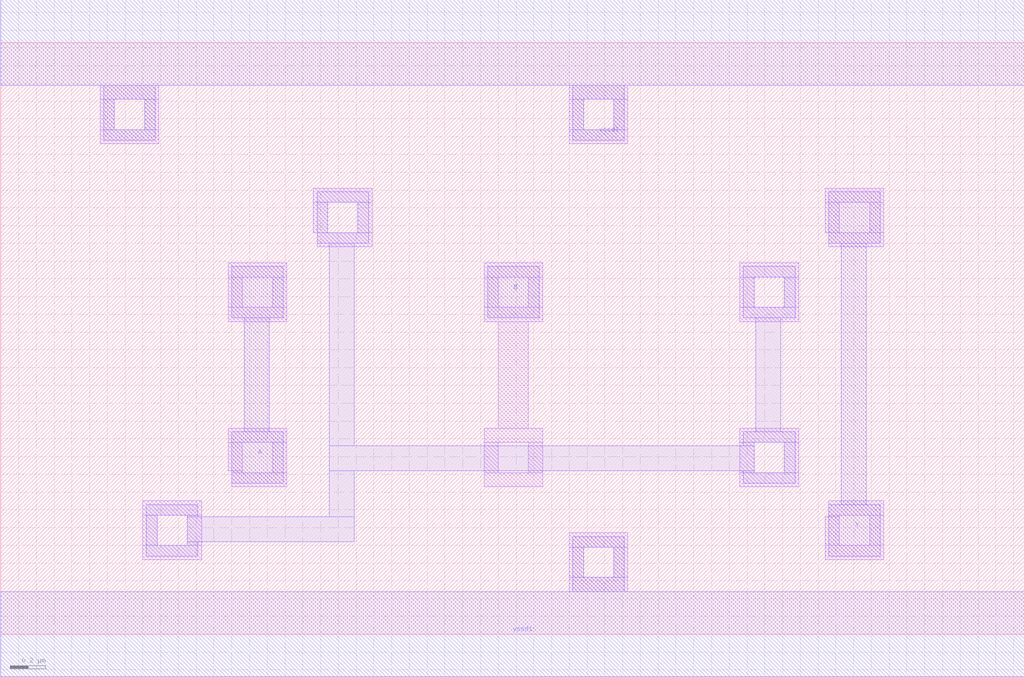
<source format=lef>
VERSION 5.7 ;
  NOWIREEXTENSIONATPIN ON ;
  DIVIDERCHAR "/" ;
  BUSBITCHARS "[]" ;
MACRO AND2X1
  CLASS CORE ;
  FOREIGN AND2X1 ;
  ORIGIN 0.000 0.000 ;
  SIZE 5.760 BY 3.330 ;
  SYMMETRY X Y R90 ;
  SITE unit ;
  PIN vccd1
    DIRECTION INOUT ;
    USE POWER ;
    SHAPE ABUTMENT ;
    PORT
      LAYER met1 ;
        RECT 0.000 3.090 5.760 3.570 ;
        RECT 0.580 3.010 0.870 3.090 ;
        RECT 0.580 2.840 0.640 3.010 ;
        RECT 0.810 2.840 0.870 3.010 ;
        RECT 0.580 2.780 0.870 2.840 ;
        RECT 3.220 3.010 3.510 3.090 ;
        RECT 3.220 2.840 3.280 3.010 ;
        RECT 3.450 2.840 3.510 3.010 ;
        RECT 3.220 2.780 3.510 2.840 ;
    END
  END vccd1
  PIN vssd1
    DIRECTION INOUT ;
    USE GROUND ;
    SHAPE ABUTMENT ;
    PORT
      LAYER met1 ;
        RECT 3.220 0.490 3.510 0.550 ;
        RECT 3.220 0.320 3.280 0.490 ;
        RECT 3.450 0.320 3.510 0.490 ;
        RECT 3.220 0.240 3.510 0.320 ;
        RECT 0.000 -0.240 5.760 0.240 ;
    END
  END vssd1
  PIN Y
    DIRECTION INOUT ;
    USE SIGNAL ;
    SHAPE ABUTMENT ;
    PORT
      LAYER met1 ;
        RECT 4.660 2.200 4.950 2.490 ;
        RECT 4.730 0.730 4.870 2.200 ;
        RECT 4.660 0.440 4.950 0.730 ;
    END
  END Y
  PIN A
    DIRECTION INOUT ;
    USE SIGNAL ;
    SHAPE ABUTMENT ;
    PORT
      LAYER met1 ;
        RECT 1.300 1.780 1.590 2.070 ;
        RECT 1.370 1.140 1.510 1.780 ;
        RECT 1.300 0.850 1.590 1.140 ;
    END
  END A
  PIN B
    DIRECTION INOUT ;
    USE SIGNAL ;
    SHAPE ABUTMENT ;
    PORT
      LAYER met1 ;
        RECT 2.740 1.780 3.030 2.070 ;
    END
  END B
  OBS
      LAYER li1 ;
        RECT 0.560 3.010 0.890 3.090 ;
        RECT 0.560 2.840 0.640 3.010 ;
        RECT 0.810 2.840 0.890 3.010 ;
        RECT 0.560 2.760 0.890 2.840 ;
        RECT 3.200 3.010 3.530 3.090 ;
        RECT 3.200 2.840 3.280 3.010 ;
        RECT 3.450 2.840 3.530 3.010 ;
        RECT 3.200 2.760 3.530 2.840 ;
        RECT 1.760 2.430 2.090 2.510 ;
        RECT 1.760 2.260 1.840 2.430 ;
        RECT 2.010 2.260 2.090 2.430 ;
        RECT 4.640 2.430 4.970 2.510 ;
        RECT 4.640 2.260 4.720 2.430 ;
        RECT 4.890 2.260 4.970 2.430 ;
        RECT 1.780 2.180 2.090 2.260 ;
        RECT 4.660 2.180 4.970 2.260 ;
        RECT 1.280 2.010 1.610 2.090 ;
        RECT 1.280 1.840 1.360 2.010 ;
        RECT 1.530 1.840 1.610 2.010 ;
        RECT 1.280 1.760 1.610 1.840 ;
        RECT 2.720 2.010 3.050 2.090 ;
        RECT 2.720 1.840 2.800 2.010 ;
        RECT 2.970 1.840 3.050 2.010 ;
        RECT 2.720 1.760 3.050 1.840 ;
        RECT 4.160 2.010 4.490 2.090 ;
        RECT 4.160 1.840 4.240 2.010 ;
        RECT 4.410 1.840 4.490 2.010 ;
        RECT 4.160 1.760 4.490 1.840 ;
        RECT 2.800 1.160 2.970 1.760 ;
        RECT 1.280 1.080 1.610 1.160 ;
        RECT 1.280 0.920 1.360 1.080 ;
        RECT 1.300 0.910 1.360 0.920 ;
        RECT 1.530 0.910 1.610 1.080 ;
        RECT 1.300 0.830 1.610 0.910 ;
        RECT 2.720 1.080 3.050 1.160 ;
        RECT 2.720 0.910 2.800 1.080 ;
        RECT 2.970 0.910 3.050 1.080 ;
        RECT 2.720 0.830 3.050 0.910 ;
        RECT 4.160 1.080 4.490 1.160 ;
        RECT 4.160 0.910 4.240 1.080 ;
        RECT 4.410 0.910 4.490 1.080 ;
        RECT 4.160 0.830 4.490 0.910 ;
        RECT 0.800 0.670 1.130 0.750 ;
        RECT 0.800 0.500 0.880 0.670 ;
        RECT 1.050 0.500 1.130 0.670 ;
        RECT 4.660 0.670 4.970 0.750 ;
        RECT 4.660 0.660 4.720 0.670 ;
        RECT 0.800 0.420 1.130 0.500 ;
        RECT 3.200 0.490 3.530 0.570 ;
        RECT 3.200 0.320 3.280 0.490 ;
        RECT 3.450 0.320 3.530 0.490 ;
        RECT 4.640 0.500 4.720 0.660 ;
        RECT 4.890 0.500 4.970 0.670 ;
        RECT 4.640 0.420 4.970 0.500 ;
        RECT 3.200 0.240 3.530 0.320 ;
      LAYER met1 ;
        RECT 1.780 2.430 2.070 2.490 ;
        RECT 1.780 2.260 1.840 2.430 ;
        RECT 2.010 2.260 2.070 2.430 ;
        RECT 1.780 2.200 2.070 2.260 ;
        RECT 1.850 1.060 1.990 2.200 ;
        RECT 4.180 2.010 4.470 2.070 ;
        RECT 4.180 1.840 4.240 2.010 ;
        RECT 4.410 1.840 4.470 2.010 ;
        RECT 4.180 1.780 4.470 1.840 ;
        RECT 4.250 1.140 4.390 1.780 ;
        RECT 4.180 1.080 4.470 1.140 ;
        RECT 4.180 1.060 4.240 1.080 ;
        RECT 1.850 0.920 4.240 1.060 ;
        RECT 0.820 0.670 1.110 0.730 ;
        RECT 0.820 0.500 0.880 0.670 ;
        RECT 1.050 0.660 1.110 0.670 ;
        RECT 1.850 0.660 1.990 0.920 ;
        RECT 4.180 0.910 4.240 0.920 ;
        RECT 4.410 0.910 4.470 1.080 ;
        RECT 4.180 0.850 4.470 0.910 ;
        RECT 1.050 0.520 1.990 0.660 ;
        RECT 1.050 0.500 1.110 0.520 ;
        RECT 0.820 0.440 1.110 0.500 ;
  END
END AND2X1
END LIBRARY


</source>
